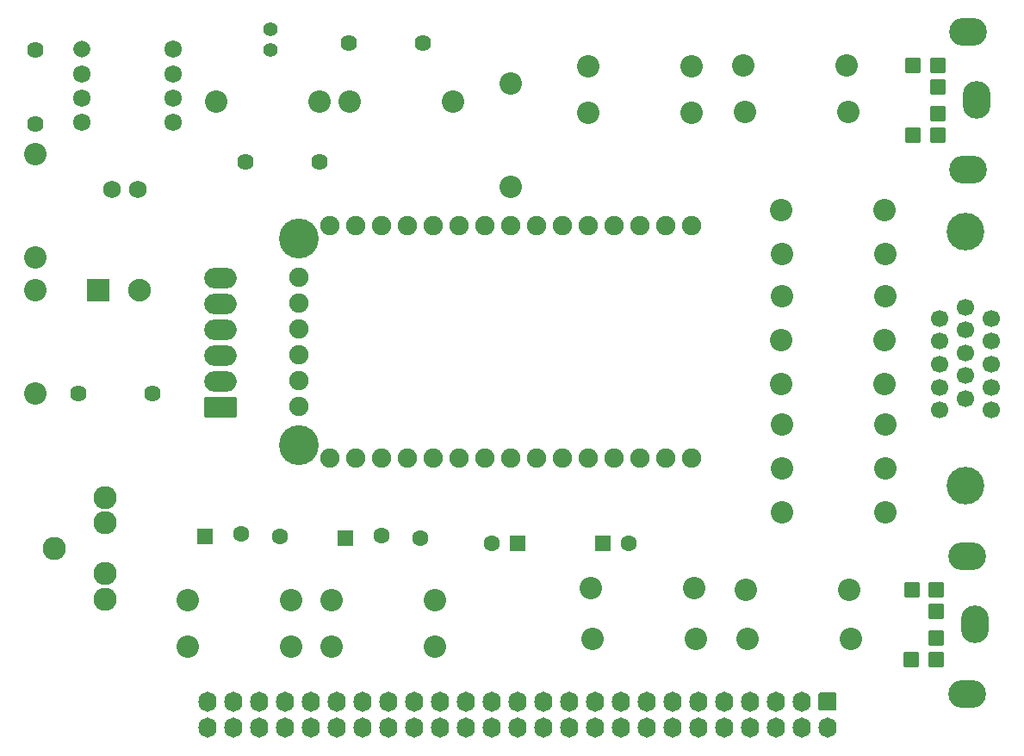
<source format=gbs>
G04 Layer: BottomSolderMaskLayer*
G04 EasyEDA v6.5.22, 2022-12-31 13:37:04*
G04 028e3914a6f949ed9ca799ef75e4ed4f,10*
G04 Gerber Generator version 0.2*
G04 Scale: 100 percent, Rotated: No, Reflected: No *
G04 Dimensions in inches *
G04 leading zeros omitted , absolute positions ,3 integer and 6 decimal *
%FSLAX36Y36*%
%MOIN*%

%AMMACRO1*1,1,$1,$2,$3*1,1,$1,$4,$5*1,1,$1,0-$2,0-$3*1,1,$1,0-$4,0-$5*20,1,$1,$2,$3,$4,$5,0*20,1,$1,$4,$5,0-$2,0-$3,0*20,1,$1,0-$2,0-$3,0-$4,0-$5,0*20,1,$1,0-$4,0-$5,$2,$3,0*4,1,4,$2,$3,$4,$5,0-$2,0-$3,0-$4,0-$5,$2,$3,0*%
%ADD10C,0.0630*%
%ADD11MACRO1,0.004X-0.0295X0.0295X0.0295X0.0295*%
%ADD12MACRO1,0.004X0.0295X-0.0295X-0.0295X-0.0295*%
%ADD13C,0.1457*%
%ADD14C,0.0667*%
%ADD15C,0.0639*%
%ADD16C,0.0552*%
%ADD17C,0.0680*%
%ADD18MACRO1,0.0094X-0.0394X0.0394X0.0394X0.0394*%
%ADD19C,0.0882*%
%ADD20O,0.12611X0.07886599999999999*%
%ADD21MACRO1,0.008X-0.0591X-0.0354X-0.0591X0.0354*%
%ADD22C,0.0900*%
%ADD23C,0.0654*%
%ADD24C,0.0677*%
%ADD25C,0.0749*%
%ADD26C,0.1540*%
%ADD27O,0.07X0.078*%
%ADD28MACRO1,0.008X0.031X-0.031X-0.031X-0.031*%
%ADD29O,0.14600000000000002X0.10800000000000001*%
%ADD30O,0.10800000000000001X0.14600000000000002*%
%ADD31MACRO1,0.004X0.028X0.028X0.028X-0.028*%
%ADD32C,0.0631*%
%ADD33C,0.0867*%
%ADD34C,0.0154*%

%LPD*%
D10*
G01*
X2380000Y-2085000D03*
D11*
G01*
X2280000Y-2085000D03*
D10*
G01*
X1850000Y-2085000D03*
D12*
G01*
X1950000Y-2085000D03*
D13*
G01*
X3685000Y-1862159D03*
G01*
X3685000Y-877899D03*
D14*
G01*
X3585000Y-1569340D03*
G01*
X3585000Y-1480760D03*
G01*
X3585000Y-1392179D03*
G01*
X3585000Y-1303600D03*
G01*
X3585000Y-1215010D03*
G01*
X3685000Y-1525050D03*
G01*
X3685000Y-1436469D03*
G01*
X3685000Y-1347890D03*
G01*
X3685000Y-1259310D03*
G01*
X3685000Y-1170720D03*
G01*
X3785000Y-1569340D03*
G01*
X3785000Y-1480760D03*
G01*
X3785000Y-1392179D03*
G01*
X3785000Y-1303600D03*
G01*
X3785000Y-1215010D03*
D15*
G01*
X1583699Y-150000D03*
G01*
X1296300Y-150000D03*
G01*
X896300Y-610000D03*
G01*
X1183699Y-610000D03*
G01*
X85000Y-176300D03*
G01*
X85000Y-463699D03*
G01*
X251300Y-1505000D03*
G01*
X538699Y-1505000D03*
D16*
G01*
X995000Y-95630D03*
G01*
X995000Y-174369D03*
D17*
G01*
X479209Y-715000D03*
G01*
X380790Y-715000D03*
D18*
G01*
X326259Y-1105000D03*
D19*
G01*
X487680Y-1105000D03*
D20*
G01*
X800000Y-1060000D03*
G01*
X800000Y-1160000D03*
G01*
X800000Y-1260000D03*
G01*
X800000Y-1360000D03*
G01*
X800000Y-1460000D03*
D21*
G01*
X800000Y-1560000D03*
D22*
G01*
X156500Y-2105000D03*
G01*
X353499Y-2006999D03*
G01*
X353499Y-1908000D03*
G01*
X353499Y-2203000D03*
G01*
X353499Y-2301999D03*
D23*
G01*
X262829Y-173270D03*
D24*
G01*
X262829Y-267759D03*
G01*
X262829Y-362240D03*
G01*
X262829Y-456729D03*
G01*
X617159Y-456729D03*
G01*
X617159Y-362240D03*
G01*
X617159Y-267759D03*
G01*
X617159Y-173270D03*
D25*
G01*
X1225000Y-1755000D03*
G01*
X1325000Y-1755000D03*
G01*
X1425000Y-1755000D03*
G01*
X1525000Y-1755000D03*
G01*
X1625000Y-1755000D03*
G01*
X1725000Y-1755000D03*
G01*
X1825000Y-1755000D03*
G01*
X1925000Y-1755000D03*
G01*
X2025000Y-1755000D03*
G01*
X2125000Y-1755000D03*
G01*
X2225000Y-1755000D03*
G01*
X2325000Y-1755000D03*
G01*
X2425000Y-1755000D03*
G01*
X2525000Y-1755000D03*
G01*
X2625000Y-1755000D03*
G01*
X2625000Y-855000D03*
G01*
X2525000Y-855000D03*
G01*
X2425000Y-855000D03*
G01*
X2325000Y-855000D03*
G01*
X2225000Y-855000D03*
G01*
X2125000Y-855000D03*
G01*
X2025000Y-855000D03*
G01*
X1925000Y-855000D03*
G01*
X1825000Y-855000D03*
G01*
X1725000Y-855000D03*
G01*
X1625000Y-855000D03*
G01*
X1525000Y-855000D03*
G01*
X1425000Y-855000D03*
G01*
X1325000Y-855000D03*
G01*
X1225000Y-855000D03*
G01*
X1105000Y-1055000D03*
G01*
X1105000Y-1155000D03*
G01*
X1105000Y-1255000D03*
G01*
X1105000Y-1355000D03*
G01*
X1105000Y-1455000D03*
G01*
X1105000Y-1555000D03*
D26*
G01*
X1105000Y-905000D03*
G01*
X1105000Y-1705000D03*
D27*
G01*
X2950000Y-2800000D03*
G01*
X2950000Y-2700000D03*
G01*
X3050000Y-2800000D03*
G01*
X3050000Y-2700000D03*
G01*
X3150000Y-2800000D03*
D28*
G01*
X3150000Y-2700000D03*
D27*
G01*
X2850000Y-2700000D03*
G01*
X2850000Y-2800000D03*
G01*
X2750000Y-2700000D03*
G01*
X2750000Y-2800000D03*
G01*
X2650000Y-2700000D03*
G01*
X2650000Y-2800000D03*
G01*
X2550000Y-2700000D03*
G01*
X2550000Y-2800000D03*
G01*
X2450000Y-2700000D03*
G01*
X2450000Y-2800000D03*
G01*
X2350000Y-2700000D03*
G01*
X2350000Y-2800000D03*
G01*
X2250000Y-2700000D03*
G01*
X2250000Y-2800000D03*
G01*
X2150000Y-2700000D03*
G01*
X2150000Y-2800000D03*
G01*
X2050000Y-2700000D03*
G01*
X2050000Y-2800000D03*
G01*
X1950000Y-2700000D03*
G01*
X1950000Y-2800000D03*
G01*
X1850000Y-2800000D03*
G01*
X1750000Y-2800000D03*
G01*
X1850000Y-2700000D03*
G01*
X1750000Y-2700000D03*
G01*
X1650000Y-2700000D03*
G01*
X1550000Y-2700000D03*
G01*
X1450000Y-2700000D03*
G01*
X1350000Y-2700000D03*
G01*
X1250000Y-2700000D03*
G01*
X1150000Y-2700000D03*
G01*
X1050000Y-2700000D03*
G01*
X950000Y-2700000D03*
G01*
X850000Y-2700000D03*
G01*
X750000Y-2700000D03*
G01*
X1650000Y-2800000D03*
G01*
X1550000Y-2800000D03*
G01*
X1450000Y-2800000D03*
G01*
X1350000Y-2800000D03*
G01*
X1250000Y-2800000D03*
G01*
X1150000Y-2800000D03*
G01*
X1050000Y-2800000D03*
G01*
X950000Y-2800000D03*
G01*
X850000Y-2800000D03*
G01*
X750000Y-2800000D03*
D29*
G01*
X3695000Y-638000D03*
G01*
X3695000Y-104000D03*
D30*
G01*
X3726999Y-370000D03*
D31*
G01*
X3576999Y-421000D03*
G01*
X3576999Y-318999D03*
G01*
X3576999Y-236000D03*
G01*
X3576999Y-503999D03*
G01*
X3479000Y-503999D03*
G01*
X3480999Y-236000D03*
D29*
G01*
X3690000Y-2668000D03*
G01*
X3690000Y-2134000D03*
D30*
G01*
X3721999Y-2400000D03*
D31*
G01*
X3571999Y-2451000D03*
G01*
X3571999Y-2348999D03*
G01*
X3571999Y-2266000D03*
G01*
X3571999Y-2533999D03*
G01*
X3474000Y-2533999D03*
G01*
X3475999Y-2266000D03*
D11*
G01*
X1285000Y-2065000D03*
D32*
G01*
X1425000Y-2055000D03*
G01*
X1575000Y-2065000D03*
D11*
G01*
X740000Y-2060000D03*
D32*
G01*
X880000Y-2050000D03*
G01*
X1030000Y-2060000D03*
D33*
G01*
X3370000Y-795000D03*
G01*
X2970000Y-795000D03*
G01*
X3375000Y-1965000D03*
G01*
X2975000Y-1965000D03*
G01*
X3375000Y-1130000D03*
G01*
X2975000Y-1130000D03*
G01*
X3375000Y-965000D03*
G01*
X2975000Y-965000D03*
G01*
X3370000Y-1470000D03*
G01*
X2970000Y-1470000D03*
G01*
X3370000Y-1300000D03*
G01*
X2970000Y-1300000D03*
G01*
X3375000Y-1795000D03*
G01*
X2975000Y-1795000D03*
G01*
X3375000Y-1625000D03*
G01*
X2975000Y-1625000D03*
G01*
X1230000Y-2485000D03*
G01*
X1630000Y-2485000D03*
G01*
X1230000Y-2305000D03*
G01*
X1630000Y-2305000D03*
G01*
X1075000Y-2485000D03*
G01*
X675000Y-2485000D03*
G01*
X675000Y-2305000D03*
G01*
X1075000Y-2305000D03*
G01*
X3230000Y-415000D03*
G01*
X2830000Y-415000D03*
G01*
X3225000Y-235000D03*
G01*
X2825000Y-235000D03*
G01*
X3240000Y-2455000D03*
G01*
X2840000Y-2455000D03*
G01*
X3235000Y-2265000D03*
G01*
X2835000Y-2265000D03*
G01*
X2625000Y-420000D03*
G01*
X2225000Y-420000D03*
G01*
X2625000Y-240000D03*
G01*
X2225000Y-240000D03*
G01*
X2640000Y-2455000D03*
G01*
X2240000Y-2455000D03*
G01*
X2635000Y-2260000D03*
G01*
X2235000Y-2260000D03*
G01*
X1925000Y-705000D03*
G01*
X1925000Y-305000D03*
G01*
X1700000Y-375000D03*
G01*
X1300000Y-375000D03*
G01*
X785000Y-375000D03*
G01*
X1185000Y-375000D03*
G01*
X85000Y-580000D03*
G01*
X85000Y-980000D03*
G01*
X85000Y-1105000D03*
G01*
X85000Y-1505000D03*
M02*

</source>
